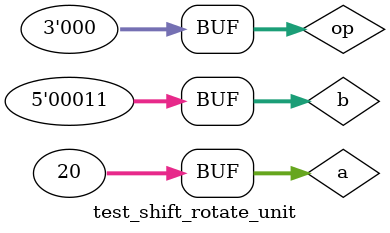
<source format=v>
`timescale 1ns / 1ps


module test_shift_rotate_unit;

	// Inputs
	reg [31:0] a;
	reg [4:0] b;
	reg [2:0] op;

	// Outputs
	wire [31:0] shift_rotate_unit_out;

	// Instantiate the Unit Under Test (UUT)
	shift_rotate_unit uut (
		.a(a), 
		.b(b), 
		.op(op), 
		.shift_rotate_unit_out(shift_rotate_unit_out)
	);

	initial begin
		// Initialize Inputs
		a = 0;
		b = 0;
		op = 0;

		#100;
        
		// Add stimulus here
		
		a = 32'b11111001110010011100100111001001;
		b = 3;
		op = 3'b000;

		#100;
		
		
		a = 32'b11111001110010011100100111001001;
		b = 4;
		op = 3'b001;

		#100;
		
		a = 32'b11111001110010011100100111001001;
		b = 20;
		op = 3'b010;

		#100;
		
		a = 32'b11111001110010011100100111001001;
		b = 20;
		op = 3'b011;

		#100;
		
		
		a = 32'b1111_1001_1000_0000_0000_0000_0000_0000;
		b = 20;
		op = 3'b111;

		#100;
		
		
		a = 32'b1111_0000_0000_0000_0000_0000_0000_0000;
		b = 4;
		op = 3'b001;

		#100;
		
		a = 32'b1111_0000_0000_0000_0000_0000_0000_0000;
		b = -4;
		op = 3'b000;

		#100;
		
		
		a = 20;
		b = 3;
		op = 3'b000;
		
		#100;
		
		

	end
      
endmodule


</source>
